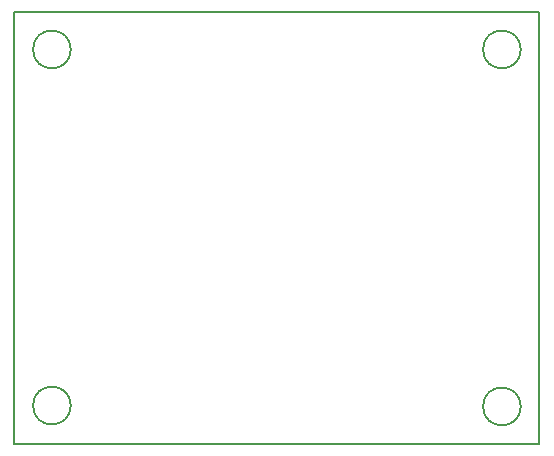
<source format=gbr>
G04 #@! TF.GenerationSoftware,KiCad,Pcbnew,(5.0.1)-3*
G04 #@! TF.CreationDate,2018-11-04T18:32:24-06:00*
G04 #@! TF.ProjectId,Gimble Goblin,47696D626C6520476F626C696E2E6B69,rev?*
G04 #@! TF.SameCoordinates,Original*
G04 #@! TF.FileFunction,Profile,NP*
%FSLAX46Y46*%
G04 Gerber Fmt 4.6, Leading zero omitted, Abs format (unit mm)*
G04 Created by KiCad (PCBNEW (5.0.1)-3) date 11/4/2018 6:32:24 PM*
%MOMM*%
%LPD*%
G01*
G04 APERTURE LIST*
%ADD10C,0.200000*%
G04 APERTURE END LIST*
D10*
X107823000Y-101727000D02*
X107823000Y-65151000D01*
X152273000Y-101727000D02*
X107823000Y-101727000D01*
X152273000Y-98552000D02*
X152273000Y-101727000D01*
X152273000Y-65151000D02*
X152273000Y-98552000D01*
X152273000Y-65151000D02*
X110998000Y-65151000D01*
X110998000Y-65151000D02*
X107823000Y-65151000D01*
X150698000Y-98552000D02*
G75*
G03X150698000Y-98552000I-1600000J0D01*
G01*
X112598000Y-98476000D02*
G75*
G03X112598000Y-98476000I-1600000J0D01*
G01*
X150698000Y-68326000D02*
G75*
G03X150698000Y-68326000I-1600000J0D01*
G01*
X112598000Y-68326000D02*
G75*
G03X112598000Y-68326000I-1600000J0D01*
G01*
M02*

</source>
